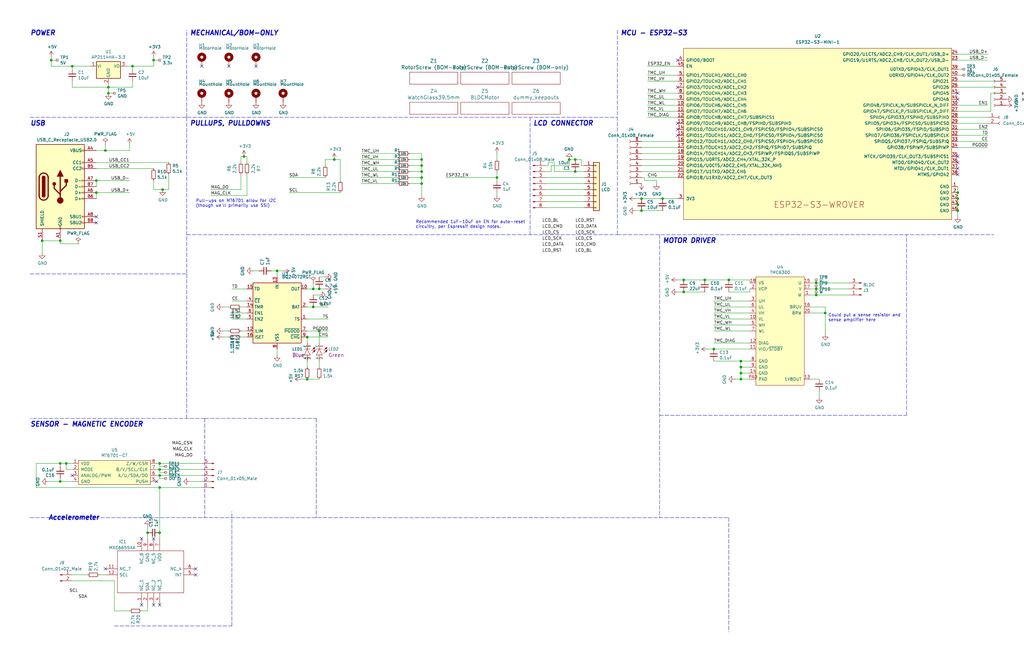
<source format=kicad_sch>
(kicad_sch (version 20211123) (generator eeschema)
  (paper "B")
  (title_block (title "SmartKnob View") (company "Scott Bezek"))
  (junction (at 177.8 74.93))
  (junction (at 344.17 124.46))
  (junction (at 44.45 63.5))
  (junction (at 279.4 83.82))
  (junction (at 132.08 129.54))
  (junction (at 45.72 36.83))
  (junction (at 129.54 142.24))
  (junction (at 134.62 139.7))
  (junction (at 344.17 119.38))
  (junction (at 177.8 67.31))
  (junction (at 288.29 118.11))
  (junction (at 62.23 224.79))
  (junction (at 25.4 203.2))
  (junction (at 403.86 83.82))
  (junction (at 242.57 72.39))
  (junction (at 45.72 39.37))
  (junction (at 270.51 83.82))
  (junction (at 67.31 198.12))
  (junction (at 30.48 27.94))
  (junction (at 40.64 76.2))
  (junction (at 102.87 66.04))
  (junction (at 403.86 86.36))
  (junction (at 209.55 74.93))
  (junction (at 140.97 67.31))
  (junction (at 403.86 81.28))
  (junction (at 25.4 195.58))
  (junction (at 67.31 224.79))
  (junction (at 25.4 101.6))
  (junction (at 347.98 132.08))
  (junction (at 21.59 25.4))
  (junction (at 134.62 121.92))
  (junction (at 55.88 27.94))
  (junction (at 288.29 123.19))
  (junction (at 67.31 200.66))
  (junction (at 177.8 77.47))
  (junction (at 17.78 101.6))
  (junction (at 67.31 205.74))
  (junction (at 68.58 80.01))
  (junction (at 312.42 154.94))
  (junction (at 242.57 67.31))
  (junction (at 129.54 160.02))
  (junction (at 177.8 69.85))
  (junction (at 177.8 72.39))
  (junction (at 307.34 118.11))
  (junction (at 344.17 121.92))
  (junction (at 297.18 118.11))
  (junction (at 64.77 25.4))
  (junction (at 116.84 114.3))
  (junction (at 27.94 195.58))
  (junction (at 312.42 160.02))
  (junction (at 67.31 195.58))
  (junction (at 240.03 67.31))
  (junction (at 270.51 88.9))
  (junction (at 403.86 88.9))
  (junction (at 312.42 157.48))
  (junction (at 132.08 121.92))
  (junction (at 312.42 152.4))
  (junction (at 40.64 81.28))
  (junction (at 300.99 147.32))
  (no_connect (at 82.55 242.57))
  (no_connect (at 285.75 52.07))
  (no_connect (at 285.75 54.61))
  (no_connect (at 285.75 57.15))
  (no_connect (at 30.48 200.66))
  (no_connect (at 285.75 25.4))
  (no_connect (at 285.75 36.83))
  (no_connect (at 403.86 68.58))
  (no_connect (at 403.86 66.04))
  (no_connect (at 403.86 39.37))
  (no_connect (at 403.86 41.91))
  (no_connect (at 403.86 71.12))
  (no_connect (at 403.86 73.66))
  (no_connect (at 107.95 27.94))
  (no_connect (at 40.64 91.44))
  (no_connect (at 96.52 27.94))
  (no_connect (at 66.04 203.2))
  (no_connect (at 85.09 27.94))
  (no_connect (at 40.64 93.98))
  (no_connect (at 59.69 255.27))
  (no_connect (at 67.31 255.27))
  (no_connect (at 59.69 227.33))
  (no_connect (at 64.77 255.27))
  (no_connect (at 64.77 227.33))
  (no_connect (at 44.45 240.03))
  (no_connect (at 82.55 240.03))
  (wire (pts (xy 121.92 74.93) (xy 137.16 74.93)))
  (wire (pts (xy 403.86 49.53) (xy 416.56 49.53)))
  (wire (pts (xy 55.88 27.94) (xy 53.34 27.94)))
  (wire (pts (xy 134.62 124.46) (xy 132.08 124.46)))
  (wire (pts (xy 240.03 69.85) (xy 232.41 69.85)))
  (wire (pts (xy 403.86 52.07) (xy 416.56 52.07)))
  (wire (pts (xy 17.78 101.6) (xy 17.78 106.68)))
  (wire (pts (xy 40.64 68.58) (xy 71.12 68.58)))
  (wire (pts (xy 229.87 69.85) (xy 231.14 69.85)))
  (wire (pts (xy 177.8 64.77) (xy 177.8 67.31)))
  (wire (pts (xy 132.08 121.92) (xy 129.54 121.92)))
  (wire (pts (xy 297.18 123.19) (xy 288.29 123.19)))
  (wire (pts (xy 316.23 118.11) (xy 307.34 118.11)))
  (wire (pts (xy 300.99 152.4) (xy 312.42 152.4)))
  (wire (pts (xy 45.72 36.83) (xy 45.72 39.37)))
  (wire (pts (xy 344.17 120.65) (xy 344.17 121.92)))
  (wire (pts (xy 273.05 74.93) (xy 285.75 74.93)))
  (wire (pts (xy 172.72 64.77) (xy 177.8 64.77)))
  (polyline (pts (xy 260.35 99.06) (xy 419.1 99.06)))
  (wire (pts (xy 101.6 68.58) (xy 101.6 66.04)))
  (wire (pts (xy 40.64 81.28) (xy 54.61 81.28)))
  (wire (pts (xy 300.99 147.32) (xy 316.23 147.32)))
  (wire (pts (xy 67.31 198.12) (xy 85.09 198.12)))
  (wire (pts (xy 167.64 74.93) (xy 152.4 74.93)))
  (wire (pts (xy 298.45 147.32) (xy 300.99 147.32)))
  (wire (pts (xy 97.79 121.92) (xy 104.14 121.92)))
  (polyline (pts (xy 78.74 99.06) (xy 260.35 99.06)))
  (wire (pts (xy 270.51 64.77) (xy 285.75 64.77)))
  (wire (pts (xy 403.86 78.74) (xy 403.86 81.28)))
  (wire (pts (xy 273.05 27.94) (xy 285.75 27.94)))
  (wire (pts (xy 229.87 82.55) (xy 246.38 82.55)))
  (wire (pts (xy 15.24 195.58) (xy 25.4 195.58)))
  (wire (pts (xy 267.97 83.82) (xy 270.51 83.82)))
  (wire (pts (xy 245.11 67.31) (xy 245.11 69.85)))
  (wire (pts (xy 69.85 199.39) (xy 67.31 199.39)))
  (wire (pts (xy 344.17 123.19) (xy 344.17 124.46)))
  (polyline (pts (xy 97.79 264.16) (xy 97.79 215.9)))
  (wire (pts (xy 316.23 123.19) (xy 316.23 121.92)))
  (wire (pts (xy 93.98 139.7) (xy 96.52 139.7)))
  (wire (pts (xy 67.31 25.4) (xy 64.77 25.4)))
  (wire (pts (xy 403.86 54.61) (xy 416.56 54.61)))
  (wire (pts (xy 88.9 82.55) (xy 104.14 82.55)))
  (wire (pts (xy 316.23 129.54) (xy 300.99 129.54)))
  (wire (pts (xy 307.34 118.11) (xy 297.18 118.11)))
  (wire (pts (xy 44.45 60.96) (xy 44.45 63.5)))
  (wire (pts (xy 177.8 67.31) (xy 172.72 67.31)))
  (wire (pts (xy 285.75 123.19) (xy 288.29 123.19)))
  (wire (pts (xy 279.4 83.82) (xy 285.75 83.82)))
  (wire (pts (xy 116.84 147.32) (xy 116.84 149.86)))
  (wire (pts (xy 30.48 36.83) (xy 45.72 36.83)))
  (wire (pts (xy 271.78 76.2) (xy 276.86 76.2)))
  (wire (pts (xy 242.57 67.31) (xy 245.11 67.31)))
  (wire (pts (xy 273.05 46.99) (xy 285.75 46.99)))
  (wire (pts (xy 67.31 200.66) (xy 85.09 200.66)))
  (wire (pts (xy 403.86 29.21) (xy 406.4 29.21)))
  (wire (pts (xy 270.51 88.9) (xy 279.4 88.9)))
  (wire (pts (xy 309.88 160.02) (xy 312.42 160.02)))
  (wire (pts (xy 417.83 39.37) (xy 417.83 46.99)))
  (wire (pts (xy 246.38 85.09) (xy 229.87 85.09)))
  (wire (pts (xy 187.96 74.93) (xy 209.55 74.93)))
  (wire (pts (xy 316.23 154.94) (xy 312.42 154.94)))
  (wire (pts (xy 341.63 132.08) (xy 347.98 132.08)))
  (wire (pts (xy 129.54 134.62) (xy 138.43 134.62)))
  (wire (pts (xy 403.86 31.75) (xy 406.4 31.75)))
  (wire (pts (xy 15.24 195.58) (xy 15.24 205.74)))
  (wire (pts (xy 68.58 80.01) (xy 71.12 80.01)))
  (wire (pts (xy 316.23 160.02) (xy 312.42 160.02)))
  (wire (pts (xy 267.97 88.9) (xy 270.51 88.9)))
  (wire (pts (xy 233.68 68.58) (xy 233.68 72.39)))
  (wire (pts (xy 38.1 27.94) (xy 30.48 27.94)))
  (wire (pts (xy 177.8 74.93) (xy 177.8 77.47)))
  (wire (pts (xy 177.8 72.39) (xy 177.8 74.93)))
  (wire (pts (xy 64.77 24.13) (xy 64.77 25.4)))
  (polyline (pts (xy 12.7 218.44) (xy 307.34 218.44)))
  (wire (pts (xy 276.86 76.2) (xy 276.86 77.47)))
  (wire (pts (xy 242.57 72.39) (xy 246.38 72.39)))
  (wire (pts (xy 119.38 114.3) (xy 116.84 114.3)))
  (wire (pts (xy 27.94 198.12) (xy 27.94 195.58)))
  (wire (pts (xy 403.86 22.86) (xy 416.56 22.86)))
  (wire (pts (xy 25.4 101.6) (xy 17.78 101.6)))
  (polyline (pts (xy 223.52 49.53) (xy 223.52 99.06)))
  (wire (pts (xy 27.94 195.58) (xy 30.48 195.58)))
  (wire (pts (xy 129.54 142.24) (xy 138.43 142.24)))
  (wire (pts (xy 316.23 144.78) (xy 300.99 144.78)))
  (wire (pts (xy 67.31 205.74) (xy 67.31 224.79)))
  (wire (pts (xy 62.23 222.25) (xy 62.23 224.79)))
  (wire (pts (xy 341.63 121.92) (xy 344.17 121.92)))
  (wire (pts (xy 24.13 25.4) (xy 21.59 25.4)))
  (wire (pts (xy 177.8 77.47) (xy 177.8 82.55)))
  (wire (pts (xy 307.34 123.19) (xy 316.23 123.19)))
  (wire (pts (xy 137.16 67.31) (xy 140.97 67.31)))
  (wire (pts (xy 233.68 72.39) (xy 242.57 72.39)))
  (wire (pts (xy 167.64 69.85) (xy 152.4 69.85)))
  (wire (pts (xy 93.98 142.24) (xy 96.52 142.24)))
  (wire (pts (xy 67.31 224.79) (xy 67.31 227.33)))
  (wire (pts (xy 312.42 157.48) (xy 312.42 154.94)))
  (wire (pts (xy 137.16 69.85) (xy 137.16 67.31)))
  (wire (pts (xy 48.26 245.11) (xy 48.26 257.81)))
  (wire (pts (xy 30.48 242.57) (xy 36.83 242.57)))
  (polyline (pts (xy 78.74 115.57) (xy 78.74 176.53)))
  (wire (pts (xy 316.23 132.08) (xy 300.99 132.08)))
  (wire (pts (xy 15.24 205.74) (xy 67.31 205.74)))
  (polyline (pts (xy 307.34 218.44) (xy 307.34 266.7)))
  (wire (pts (xy 424.18 39.37) (xy 417.83 39.37)))
  (wire (pts (xy 25.4 101.6) (xy 25.4 102.87)))
  (wire (pts (xy 229.87 87.63) (xy 246.38 87.63)))
  (wire (pts (xy 67.31 199.39) (xy 67.31 198.12)))
  (wire (pts (xy 270.51 72.39) (xy 285.75 72.39)))
  (wire (pts (xy 273.05 41.91) (xy 285.75 41.91)))
  (wire (pts (xy 129.54 129.54) (xy 132.08 129.54)))
  (polyline (pts (xy 48.26 264.16) (xy 97.79 264.16)))
  (wire (pts (xy 270.51 74.93) (xy 271.78 74.93)))
  (wire (pts (xy 403.86 88.9) (xy 403.86 91.44)))
  (polyline (pts (xy 278.13 175.26) (xy 382.27 175.26)))
  (wire (pts (xy 129.54 160.02) (xy 134.62 160.02)))
  (wire (pts (xy 246.38 69.85) (xy 245.11 69.85)))
  (wire (pts (xy 312.42 157.48) (xy 316.23 157.48)))
  (wire (pts (xy 347.98 132.08) (xy 347.98 140.97)))
  (wire (pts (xy 101.6 142.24) (xy 104.14 142.24)))
  (wire (pts (xy 104.14 73.66) (xy 104.14 82.55)))
  (wire (pts (xy 40.64 71.12) (xy 64.77 71.12)))
  (wire (pts (xy 30.48 27.94) (xy 21.59 27.94)))
  (wire (pts (xy 71.12 80.01) (xy 71.12 73.66)))
  (wire (pts (xy 67.31 196.85) (xy 67.31 195.58)))
  (wire (pts (xy 344.17 124.46) (xy 358.14 124.46)))
  (wire (pts (xy 132.08 129.54) (xy 138.43 129.54)))
  (wire (pts (xy 209.55 76.2) (xy 209.55 74.93)))
  (polyline (pts (xy 382.27 175.26) (xy 382.27 99.06)))
  (wire (pts (xy 101.6 73.66) (xy 101.6 80.01)))
  (wire (pts (xy 270.51 83.82) (xy 279.4 83.82)))
  (wire (pts (xy 116.84 114.3) (xy 116.84 116.84)))
  (wire (pts (xy 172.72 74.93) (xy 177.8 74.93)))
  (wire (pts (xy 134.62 154.94) (xy 134.62 152.4)))
  (wire (pts (xy 273.05 34.29) (xy 285.75 34.29)))
  (wire (pts (xy 127 160.02) (xy 129.54 160.02)))
  (wire (pts (xy 285.75 118.11) (xy 288.29 118.11)))
  (wire (pts (xy 288.29 118.11) (xy 297.18 118.11)))
  (wire (pts (xy 403.86 36.83) (xy 424.18 36.83)))
  (wire (pts (xy 273.05 31.75) (xy 285.75 31.75)))
  (wire (pts (xy 167.64 77.47) (xy 152.4 77.47)))
  (wire (pts (xy 312.42 152.4) (xy 316.23 152.4)))
  (wire (pts (xy 129.54 152.4) (xy 129.54 154.94)))
  (wire (pts (xy 140.97 67.31) (xy 143.51 67.31)))
  (wire (pts (xy 67.31 195.58) (xy 85.09 195.58)))
  (wire (pts (xy 101.6 139.7) (xy 104.14 139.7)))
  (wire (pts (xy 25.4 102.87) (xy 33.02 102.87)))
  (wire (pts (xy 93.98 129.54) (xy 96.52 129.54)))
  (wire (pts (xy 344.17 119.38) (xy 358.14 119.38)))
  (wire (pts (xy 229.87 72.39) (xy 232.41 72.39)))
  (wire (pts (xy 316.23 134.62) (xy 300.99 134.62)))
  (wire (pts (xy 21.59 25.4) (xy 21.59 27.94)))
  (wire (pts (xy 88.9 80.01) (xy 101.6 80.01)))
  (wire (pts (xy 40.64 63.5) (xy 44.45 63.5)))
  (wire (pts (xy 341.63 119.38) (xy 344.17 119.38)))
  (wire (pts (xy 403.86 34.29) (xy 424.18 34.29)))
  (wire (pts (xy 97.79 132.08) (xy 104.14 132.08)))
  (wire (pts (xy 104.14 66.04) (xy 104.14 68.58)))
  (wire (pts (xy 67.31 201.93) (xy 67.31 200.66)))
  (wire (pts (xy 209.55 67.31) (xy 209.55 64.77)))
  (wire (pts (xy 102.87 66.04) (xy 104.14 66.04)))
  (wire (pts (xy 64.77 80.01) (xy 68.58 80.01)))
  (wire (pts (xy 45.72 35.56) (xy 45.72 36.83)))
  (wire (pts (xy 209.55 74.93) (xy 209.55 72.39)))
  (wire (pts (xy 97.79 134.62) (xy 104.14 134.62)))
  (wire (pts (xy 229.87 77.47) (xy 246.38 77.47)))
  (wire (pts (xy 344.17 124.46) (xy 341.63 124.46)))
  (wire (pts (xy 177.8 69.85) (xy 177.8 72.39)))
  (polyline (pts (xy 260.35 12.7) (xy 260.35 99.06)))
  (wire (pts (xy 167.64 64.77) (xy 152.4 64.77)))
  (wire (pts (xy 80.01 203.2) (xy 85.09 203.2)))
  (wire (pts (xy 54.61 60.96) (xy 54.61 63.5)))
  (wire (pts (xy 134.62 121.92) (xy 132.08 121.92)))
  (polyline (pts (xy 78.74 49.53) (xy 78.74 12.7)))
  (wire (pts (xy 273.05 39.37) (xy 285.75 39.37)))
  (wire (pts (xy 55.88 27.94) (xy 64.77 27.94)))
  (wire (pts (xy 341.63 129.54) (xy 347.98 129.54)))
  (wire (pts (xy 172.72 77.47) (xy 177.8 77.47)))
  (wire (pts (xy 403.86 46.99) (xy 417.83 46.99)))
  (wire (pts (xy 25.4 203.2) (xy 30.48 203.2)))
  (wire (pts (xy 403.86 88.9) (xy 403.86 86.36)))
  (wire (pts (xy 167.64 72.39) (xy 152.4 72.39)))
  (wire (pts (xy 270.51 69.85) (xy 285.75 69.85)))
  (wire (pts (xy 316.23 139.7) (xy 300.99 139.7)))
  (polyline (pts (xy 78.74 49.53) (xy 78.74 115.57)))
  (polyline (pts (xy 86.36 176.53) (xy 86.36 218.44)))
  (polyline (pts (xy 12.7 115.57) (xy 78.74 115.57)))
  (wire (pts (xy 232.41 69.85) (xy 232.41 72.39)))
  (wire (pts (xy 177.8 67.31) (xy 177.8 69.85)))
  (wire (pts (xy 66.04 195.58) (xy 67.31 195.58)))
  (wire (pts (xy 64.77 25.4) (xy 64.77 27.94)))
  (wire (pts (xy 231.14 69.85) (xy 231.14 68.58)))
  (wire (pts (xy 48.26 39.37) (xy 45.72 39.37)))
  (wire (pts (xy 316.23 119.38) (xy 316.23 118.11)))
  (wire (pts (xy 21.59 24.13) (xy 21.59 25.4)))
  (polyline (pts (xy 86.36 176.53) (xy 133.35 176.53)))
  (polyline (pts (xy 12.7 49.53) (xy 260.35 49.53)))
  (wire (pts (xy 106.68 114.3) (xy 109.22 114.3)))
  (wire (pts (xy 41.91 242.57) (xy 44.45 242.57)))
  (wire (pts (xy 134.62 139.7) (xy 134.62 144.78)))
  (wire (pts (xy 25.4 196.85) (xy 25.4 195.58)))
  (wire (pts (xy 137.16 121.92) (xy 134.62 121.92)))
  (wire (pts (xy 30.48 245.11) (xy 48.26 245.11)))
  (wire (pts (xy 66.04 198.12) (xy 67.31 198.12)))
  (wire (pts (xy 67.31 205.74) (xy 85.09 205.74)))
  (wire (pts (xy 347.98 129.54) (xy 347.98 132.08)))
  (wire (pts (xy 172.72 69.85) (xy 177.8 69.85)))
  (wire (pts (xy 344.17 118.11) (xy 344.17 119.38)))
  (wire (pts (xy 403.86 83.82) (xy 403.86 81.28)))
  (wire (pts (xy 25.4 201.93) (xy 25.4 203.2)))
  (wire (pts (xy 137.16 116.84) (xy 134.62 116.84)))
  (wire (pts (xy 403.86 25.4) (xy 416.56 25.4)))
  (wire (pts (xy 240.03 67.31) (xy 242.57 67.31)))
  (wire (pts (xy 40.64 81.28) (xy 40.64 83.82)))
  (wire (pts (xy 270.51 62.23) (xy 285.75 62.23)))
  (wire (pts (xy 403.86 62.23) (xy 416.56 62.23)))
  (wire (pts (xy 172.72 72.39) (xy 177.8 72.39)))
  (wire (pts (xy 341.63 160.02) (xy 345.44 160.02)))
  (wire (pts (xy 55.88 34.29) (xy 55.88 36.83)))
  (wire (pts (xy 134.62 139.7) (xy 138.43 139.7)))
  (wire (pts (xy 270.51 67.31) (xy 285.75 67.31)))
  (wire (pts (xy 312.42 160.02) (xy 312.42 157.48)))
  (wire (pts (xy 48.26 257.81) (xy 54.61 257.81)))
  (wire (pts (xy 273.05 49.53) (xy 285.75 49.53)))
  (wire (pts (xy 66.04 200.66) (xy 67.31 200.66)))
  (wire (pts (xy 45.72 36.83) (xy 55.88 36.83)))
  (wire (pts (xy 403.86 86.36) (xy 403.86 83.82)))
  (polyline (pts (xy 86.36 176.53) (xy 12.7 176.53)))
  (wire (pts (xy 69.85 196.85) (xy 67.31 196.85)))
  (wire (pts (xy 316.23 127) (xy 300.99 127)))
  (wire (pts (xy 270.51 59.69) (xy 285.75 59.69)))
  (wire (pts (xy 344.17 121.92) (xy 358.14 121.92)))
  (wire (pts (xy 345.44 165.1) (xy 345.44 167.64)))
  (wire (pts (xy 240.03 69.85) (xy 240.03 67.31)))
  (wire (pts (xy 25.4 203.2) (xy 20.32 203.2)))
  (wire (pts (xy 30.48 34.29) (xy 30.48 36.83)))
  (wire (pts (xy 55.88 29.21) (xy 55.88 27.94)))
  (wire (pts (xy 64.77 76.2) (xy 64.77 80.01)))
  (wire (pts (xy 97.79 127) (xy 104.14 127)))
  (wire (pts (xy 273.05 44.45) (xy 285.75 44.45)))
  (wire (pts (xy 403.86 57.15) (xy 416.56 57.15)))
  (wire (pts (xy 30.48 29.21) (xy 30.48 27.94)))
  (wire (pts (xy 209.55 82.55) (xy 209.55 81.28)))
  (wire (pts (xy 121.92 81.28) (xy 143.51 81.28)))
  (wire (pts (xy 129.54 139.7) (xy 134.62 139.7)))
  (wire (pts (xy 101.6 66.04) (xy 102.87 66.04)))
  (wire (pts (xy 132.08 119.38) (xy 132.08 121.92)))
  (wire (pts (xy 129.54 144.78) (xy 129.54 142.24)))
  (wire (pts (xy 246.38 80.01) (xy 229.87 80.01)))
  (polyline (pts (xy 278.13 99.06) (xy 278.13 218.44)))
  (wire (pts (xy 25.4 195.58) (xy 27.94 195.58)))
  (wire (pts (xy 403.86 59.69) (xy 416.56 59.69)))
  (polyline (pts (xy 133.35 176.53) (xy 133.35 218.44)))
  (wire (pts (xy 114.3 114.3) (xy 116.84 114.3)))
  (wire (pts (xy 167.64 67.31) (xy 152.4 67.31)))
  (wire (pts (xy 403.86 44.45) (xy 416.56 44.45)))
  (wire (pts (xy 312.42 154.94) (xy 312.42 152.4)))
  (wire (pts (xy 62.23 224.79) (xy 62.23 227.33)))
  (wire (pts (xy 229.87 74.93) (xy 246.38 74.93)))
  (wire (pts (xy 69.85 201.93) (xy 67.31 201.93)))
  (wire (pts (xy 44.45 63.5) (xy 54.61 63.5)))
  (wire (pts (xy 271.78 74.93) (xy 271.78 76.2)))
  (wire (pts (xy 316.23 137.16) (xy 300.99 137.16)))
  (wire (pts (xy 30.48 198.12) (xy 27.94 198.12)))
  (wire (pts (xy 143.51 67.31) (xy 143.51 76.2)))
  (wire (pts (xy 40.64 76.2) (xy 54.61 76.2)))
  (wire (pts (xy 101.6 129.54) (xy 104.14 129.54)))
  (wire (pts (xy 59.69 257.81) (xy 62.23 257.81)))
  (wire (pts (xy 231.14 68.58) (xy 233.68 68.58)))
  (wire (pts (xy 62.23 257.81) (xy 62.23 255.27)))
  (wire (pts (xy 40.64 76.2) (xy 40.64 78.74)))
  (text "MECHANICAL/BOM-ONLY" (at 80.01 15.24 0) (effects (font (size 2.0066 2.0066) (thickness 0.4013) bold italic) (justify left bottom)))
  (text "Accelerometer" (at 20.32 219.71 0) (effects (font (size 2.0066 2.0066) (thickness 0.4013) bold italic) (justify left bottom)))
  (text "MCU - ESP32-S3\n" (at 261.62 15.24 0) (effects (font (size 2.0066 2.0066) (thickness 0.4013) bold italic) (justify left bottom)))
  (text "PULLUPS, PULLDOWNS" (at 80.01 53.34 0) (effects (font (size 2.0066 2.0066) (thickness 0.4013) bold italic) (justify left bottom)))
  (text "Could put a sense resistor and\nsense amplifier here" (at 349.25 135.89 0) (effects (font (size 1.27 1.27)) (justify left bottom)))
  (text "MOTOR DRIVER" (at 279.4 102.87 0) (effects (font (size 2.0066 2.0066) (thickness 0.4013) bold italic) (justify left bottom)))
  (text "Recommended 1uF-10uF on EN for auto-reset\ncircuitry, per Espressif design notes." (at 175.26 96.52 0) (effects (font (size 1.27 1.27)) (justify left bottom)))
  (text "POWER" (at 12.7 15.24 0) (effects (font (size 2.0066 2.0066) (thickness 0.4013) bold italic) (justify left bottom)))
  (text "SENSOR - MAGNETIC ENCODER" (at 12.7 180.34 0) (effects (font (size 2.0066 2.0066) (thickness 0.4013) bold italic) (justify left bottom)))
  (text "Pull-ups on MT6701 allow for I2C\n(though we'll primarily use SSI)" (at 82.55 87.63 0) (effects (font (size 1.27 1.27)) (justify left bottom)))
  (text "USB" (at 12.7 53.34 0) (effects (font (size 2.0066 2.0066) (thickness 0.4013) bold italic) (justify left bottom)))
  (text "LCD CONNECTOR" (at 224.79 53.34 0) (effects (font (size 2.0066 2.0066) (thickness 0.4013) bold italic) (justify left bottom)))
  (label "LCD_RST" (at 228.6 106.68 0))
  (label "LCD_CS" (at 228.6 99.06 0))
  (label "MAG_CSN" (at 81.28 187.96 180))
  (label "TMC_VH" (at 152.4 67.31 0))
  (label "USB_D+" (at 416.56 22.86 180))
  (label "TMC_DIAG" (at 300.99 144.78 0))
  (label "USB_D+" (at 54.61 81.28 180))
  (label "EN2" (at 416.56 54.61 180))
  (label "TMC_WH" (at 300.99 137.16 0))
  (label "LCD_SCK" (at 242.57 99.06 0))
  (label "MAG_DO" (at 81.28 193.04 180))
  (label "SDA" (at 33.02 252.73 0))
  (label "MAG_CLK" (at 439.42 43.18 180))
  (label "TMC_WH" (at 152.4 69.85 0))
  (label "MAG_CLK" (at 88.9 82.55 0))
  (label "LCD_DATA" (at 242.57 96.52 0))
  (label "LCD_RST" (at 242.57 93.98 0))
  (label "ESP32_EN" (at 187.96 74.93 0))
  (label "TMC_UL" (at 152.4 72.39 0))
  (label "MAG_DO" (at 88.9 80.01 0))
  (label "SDA" (at 121.92 74.93 0))
  (label "TS" (at 138.43 134.62 180))
  (label "TMC_VH" (at 273.05 34.29 0))
  (label "TMC_UH" (at 300.99 127 0))
  (label "TMC_UL" (at 273.05 41.91 0))
  (label "SCL" (at 121.92 81.28 0))
  (label "TMC_UH" (at 152.4 64.77 0))
  (label "TD" (at 97.79 121.92 0))
  (label "ESP32_EN" (at 273.05 27.94 0))
  (label "USB_CC2" (at 54.61 71.12 180))
  (label "LCD_CMD" (at 242.57 104.14 0))
  (label "CHG" (at 138.43 142.24 180))
  (label "SCL" (at 435.61 49.53 180))
  (label "TMC_VL" (at 273.05 46.99 0))
  (label "BAT" (at 138.43 129.54 180))
  (label "TMC_UL" (at 300.99 129.54 0))
  (label "TMC_UH" (at 273.05 31.75 0))
  (label "EN1" (at 97.79 132.08 0))
  (label "LCD_SCK" (at 228.6 101.6 0))
  (label "LCD_BL" (at 228.6 93.98 0))
  (label "TMC_DIAG" (at 273.05 49.53 0))
  (label "MAG_CLK" (at 81.28 190.5 180))
  (label "CE" (at 97.79 127 0))
  (label "SDA" (at 435.61 52.07 180))
  (label "CHG" (at 273.05 74.93 0))
  (label "LCD_CS" (at 242.57 101.6 0))
  (label "TMC_WH" (at 273.05 39.37 0))
  (label "SCL" (at 29.21 250.19 0))
  (label "EN2" (at 97.79 134.62 0))
  (label "EN1" (at 416.56 44.45 180))
  (label "MAG_CSN" (at 439.42 40.64 180))
  (label "PGOOD" (at 416.56 62.23 180))
  (label "LCD_BL" (at 242.57 106.68 0))
  (label "TMC_WL" (at 300.99 139.7 0))
  (label "MAG_DO" (at 439.42 45.72 180))
  (label "TMC_VL" (at 300.99 134.62 0))
  (label "USB_D-" (at 54.61 76.2 180))
  (label "USB_D-" (at 416.56 25.4 180))
  (label "LCD_DATA" (at 228.6 104.14 0))
  (label "TMC_VL" (at 152.4 77.47 0))
  (label "LCD_CMD" (at 228.6 96.52 0))
  (label "TD" (at 416.56 57.15 180))
  (label "TMC_WL" (at 152.4 74.93 0))
  (label "PGOOD" (at 138.43 139.7 180))
  (label "CE" (at 416.56 59.69 180))
  (label "TMC_WL" (at 273.05 44.45 0))
  (label "TMC_VH" (at 300.99 132.08 0))
  (label "USB_CC1" (at 54.61 68.58 180))
  (symbol (lib_id "MagnTek:MT6701-CT") (at 46.99 199.39 0) (unit 1)
    (property "Reference" "U5" (at 48.26 189.865 0))
    (property "Value" "MT6701-CT" (at 48.26 192.1764 0))
    (property "Footprint" "Package_SO_AKL:SOIC-8_3.9x4.9mm_P1.27mm" (effects hide))
    (property "LCSC" "C2856764" (effects hide))
    (property "Digikey" "N/A" (effects hide))
    (property "Mouser" "N/A" (effects hide))
  )
  (symbol (lib_id "Connector:Conn_01x03_Male") (at 363.22 121.92 180) (unit 1)
    (property "Reference" "J3" (at 363.9312 122.5296 0) (effects (justify right)))
    (property "Value" "BLDC" (at 363.9312 120.2182 0) (effects (justify right)))
    (property "Footprint" "Molex:532610371" (effects hide))
    (property "LCSC" "C293630" (effects hide))
    (property "Digikey" "WM7621CT-ND" (effects hide))
    (property "Mouser" "538-53261-0371" (effects hide))
  )
  (symbol (lib_id "Mechanical:MountingHole_Pad") (at 85.09 25.4 0) (unit 1)
    (property "Reference" "H1" (at 83.82 19.05 0) (effects (justify left)))
    (property "Value" "MotorHole" (at 83.82 20.32 0) (effects (justify left)))
    (property "Footprint" "Holes:MountingHole_M1.6" (effects hide))
    (property "Note" "Screw: M1.6x10 (countersunk), or M1.6x9 (pan/round)" (effects hide))
  )
  (symbol (lib_id "Mechanical:MountingHole_Pad") (at 96.52 25.4 0) (unit 1)
    (property "Reference" "H2" (at 95.25 19.05 0) (effects (justify left)))
    (property "Value" "MotorHole" (at 95.25 20.32 0) (effects (justify left)))
    (property "Footprint" "Holes:MountingHole_M1.6" (effects hide))
    (property "Note" "Screw: M1.6x10 (countersunk), or M1.6x9 (pan/round)" (effects hide))
  )
  (symbol (lib_id "Mechanical:MountingHole_Pad") (at 107.95 25.4 0) (unit 1)
    (property "Reference" "H3" (at 106.68 19.05 0) (effects (justify left)))
    (property "Value" "MotorHole" (at 106.68 20.32 0) (effects (justify left)))
    (property "Footprint" "Holes:MountingHole_M1.6" (effects hide))
    (property "Note" "Screw: M1.6x10 (countersunk), or M1.6x9 (pan/round)" (effects hide))
  )
  (symbol (lib_id "Mechanical:MountingHole_Pad") (at 85.09 40.64 0) (unit 1)
    (property "Reference" "H4" (at 83.82 34.29 0) (effects (justify left)))
    (property "Value" "MountHole" (at 83.82 35.56 0) (effects (justify left)))
    (property "Footprint" "Holes:MountingHole_2.7mm_M2.5_Pad" (effects hide))
    (property "Note" "Screw: M2x5 (pan/round); Nut: M2 hex" (effects hide))
  )
  (symbol (lib_id "Mechanical:MountingHole_Pad") (at 96.52 40.64 0) (unit 1)
    (property "Reference" "H5" (at 95.25 34.29 0) (effects (justify left)))
    (property "Value" "MountHole" (at 95.25 35.56 0) (effects (justify left)))
    (property "Footprint" "Holes:MountingHole_2.7mm_M2.5_Pad" (effects hide))
    (property "Note" "Screw: M2x5 (pan/round); Nut: M2 hex" (effects hide))
  )
  (symbol (lib_id "Mechanical:MountingHole_Pad") (at 107.95 40.64 0) (unit 1)
    (property "Reference" "H6" (at 106.68 34.29 0) (effects (justify left)))
    (property "Value" "MountHole" (at 106.68 35.56 0) (effects (justify left)))
    (property "Footprint" "Holes:MountingHole_2.7mm_M2.5_Pad" (effects hide))
    (property "Note" "Screw: M2x5 (pan/round); Nut: M2 hex" (effects hide))
  )
  (symbol (lib_id "Mechanical:MountingHole_Pad") (at 119.38 40.64 0) (unit 1)
    (property "Reference" "H7" (at 118.11 34.29 0) (effects (justify left)))
    (property "Value" "MountHole" (at 118.11 35.56 0) (effects (justify left)))
    (property "Footprint" "Holes:MountingHole_2.7mm_M2.5_Pad" (effects hide))
    (property "Note" "Screw: M2x5 (pan/round); Nut: M2 hex" (effects hide))
  )
  (symbol (lib_id "Connector:USB_C_Receptacle_USB2.0") (at 25.4 78.74 0) (unit 1)
    (property "Reference" "J2" (at 28.1178 56.7182 0))
    (property "Value" "USB_C_Receptacle_USB2.0" (at 28.1178 59.0296 0))
    (property "Footprint" "GCT_USB:USB4510_NoPaste" (effects hide))
    (property "Datasheet" "https://www.usb.org/sites/default/files/documents/usb_type-c.zip" (effects hide))
    (property "LCSC" "C428463" (effects hide))
    (property "Mouser" "640-USB4510031A" (effects hide))
    (property "Digikey" "USB4510-03-1-A" (effects hide))
  )
  (symbol (lib_id "power:GND") (at 17.78 106.68 0) (unit 1)
    (property "Reference" "#PWR016" (effects hide))
    (property "Value" "GND" (at 17.907 111.0742 0))
  )
  (symbol (lib_id "Device:R_Small") (at 71.12 71.12 0) (unit 1)
    (property "Reference" "R5" (at 72.6186 69.9516 0) (effects (justify left)))
    (property "Value" "5.1k" (at 72.6186 72.263 0) (effects (justify left)))
    (property "Footprint" "Resistor_SMD_AKL:R_0603_1608Metric" (effects hide))
    (property "LCSC" "C105580" (effects hide))
    (property "Digikey" "RMCF0603JT5K10CT-ND" (effects hide))
    (property "Mouser" "652-CR0603FX-5101ELF" (effects hide))
  )
  (symbol (lib_id "Device:R_Small") (at 64.77 73.66 0) (unit 1)
    (property "Reference" "R10" (at 66.2686 72.4916 0) (effects (justify left)))
    (property "Value" "5.1k" (at 66.2686 74.803 0) (effects (justify left)))
    (property "Footprint" "Resistor_SMD_AKL:R_0603_1608Metric" (effects hide))
    (property "LCSC" "C105580" (effects hide))
    (property "Digikey" "RMCF0603JT5K10CT-ND" (effects hide))
    (property "Mouser" "652-CR0603FX-5101ELF" (effects hide))
  )
  (symbol (lib_id "power:GND") (at 68.58 80.01 0) (unit 1)
    (property "Reference" "#PWR010" (effects hide))
    (property "Value" "GND" (at 68.707 84.4042 0))
  )
  (symbol (lib_id "Trinamic:TMC6300") (at 328.93 139.7 0) (unit 1)
    (property "Reference" "U4" (at 328.93 112.649 0))
    (property "Value" "TMC6300" (at 328.93 114.9604 0))
    (property "Footprint" "Modified:QFN-20-1EP_3x3mm_P0.4mm_EP1.65x1.65mm_ThermalVias_LargerViaHoles" (effects hide))
    (property "Digikey" "TMC6300-LA-T" (effects hide))
    (property "Mouser" "700-TMC6300-LA" (effects hide))
    (property "LCSC" "N/A" (effects hide))
  )
  (symbol (lib_id "Regulator_Linear:AP7361C-33E") (at 45.72 27.94 0) (unit 1)
    (property "Reference" "U1" (at 45.72 21.7932 0))
    (property "Value" "AP2114HA-3.3" (at 45.72 24.1046 0))
    (property "Footprint" "Package_TO_SOT_SMD_AKL:SOT-223-3_TabPin2" (effects hide))
    (property "LCSC" "C460314" (effects hide))
    (property "Digikey" "AP2114HA-3.3TRG1DICT-ND" (effects hide))
    (property "Mouser" "621-AP2114HA-3.3TRG1" (effects hide))
  )
  (symbol (lib_id "power:GND") (at 45.72 39.37 0) (unit 1)
    (property "Reference" "#PWR03" (effects hide))
    (property "Value" "GND" (at 45.847 43.7642 0))
  )
  (symbol (lib_id "Device:C_Small") (at 30.48 31.75 0) (unit 1)
    (property "Reference" "C1" (at 32.8168 30.5816 0) (effects (justify left)))
    (property "Value" "10uF" (at 32.8168 32.893 0) (effects (justify left)))
    (property "Footprint" "Capacitor_SMD_AKL:C_0805_2012Metric" (effects hide))
    (property "LCSC" "C2922480" (effects hide))
    (property "Digikey" "1276-2891-1-ND" (effects hide))
    (property "Mouser" "187-CL21A106KAYNNNE" (effects hide))
  )
  (symbol (lib_id "Device:C_Small") (at 55.88 31.75 0) (unit 1)
    (property "Reference" "C2" (at 58.2168 30.5816 0) (effects (justify left)))
    (property "Value" "10uF" (at 58.2168 32.893 0) (effects (justify left)))
    (property "Footprint" "Capacitor_SMD_AKL:C_0805_2012Metric" (effects hide))
    (property "LCSC" "C2922480" (effects hide))
    (property "Digikey" "1276-2891-1-ND" (effects hide))
    (property "Mouser" "187-CL21A106KAYNNNE" (effects hide))
  )
  (symbol (lib_id "view_base-rescue:+3.3V-power") (at 64.77 24.13 0) (unit 1)
    (property "Reference" "#PWR02" (effects hide))
    (property "Value" "+3.3V" (at 65.151 19.7358 0))
  )
  (symbol (lib_id "Device:C_Small") (at 25.4 199.39 180) (unit 1)
    (property "Reference" "C16" (at 23.0632 200.5584 0) (effects (justify left)))
    (property "Value" "0.1uF" (at 23.0632 198.247 0) (effects (justify left)))
    (property "Footprint" "Capacitor_SMD_AKL:C_0603_1608Metric" (effects hide))
    (property "LCSC" "C1591" (effects hide))
    (property "Digikey" "1276-1935-1-ND" (effects hide))
    (property "Mouser" "187-CL10B104KB8NNWC" (effects hide))
  )
  (symbol (lib_id "Connector:TestPoint_Small") (at 24.13 25.4 0) (unit 1)
    (property "Reference" "TP1" (at 25.3492 24.2316 0) (effects (justify left)))
    (property "Value" "5V" (at 25.3492 26.543 0) (effects (justify left)))
    (property "Footprint" "Modified:TestPoint_Pad_D2.0mm_ValueSilk" (effects hide))
  )
  (symbol (lib_id "Device:C_Small") (at 307.34 120.65 0) (unit 1)
    (property "Reference" "C11" (at 309.6768 119.4816 0) (effects (justify left)))
    (property "Value" "0.1uF" (at 309.6768 121.793 0) (effects (justify left)))
    (property "Footprint" "Capacitor_SMD_AKL:C_0603_1608Metric" (effects hide))
    (property "LCSC" "C1591" (effects hide))
    (property "Digikey" "1276-1935-1-ND" (effects hide))
    (property "Mouser" "187-CL10B104KB8NNWC" (effects hide))
  )
  (symbol (lib_id "Device:C_Small") (at 297.18 120.65 0) (unit 1)
    (property "Reference" "C10" (at 299.5168 119.4816 0) (effects (justify left)))
    (property "Value" "0.1uF" (at 299.5168 121.793 0) (effects (justify left)))
    (property "Footprint" "Capacitor_SMD_AKL:C_0603_1608Metric" (effects hide))
    (property "LCSC" "C1591" (effects hide))
    (property "Digikey" "1276-1935-1-ND" (effects hide))
    (property "Mouser" "187-CL10B104KB8NNWC" (effects hide))
  )
  (symbol (lib_id "Device:C_Small") (at 288.29 120.65 0) (unit 1)
    (property "Reference" "C9" (at 290.6268 119.4816 0) (effects (justify left)))
    (property "Value" "22uF" (at 290.6268 121.793 0) (effects (justify left)))
    (property "Footprint" "Capacitor_SMD_AKL:C_0805_2012Metric" (effects hide))
    (property "LCSC" "C98190" (effects hide))
    (property "Digikey" "1276-CL21A226MAYNNNECT-ND" (effects hide))
    (property "Mouser" "187-CL21A226MAYNNNE" (effects hide))
  )
  (symbol (lib_id "Device:C_Small") (at 345.44 162.56 0) (unit 1)
    (property "Reference" "C14" (at 347.7768 161.3916 0) (effects (justify left)))
    (property "Value" "0.1uF" (at 347.7768 163.703 0) (effects (justify left)))
    (property "Footprint" "Capacitor_SMD_AKL:C_0603_1608Metric" (effects hide))
    (property "LCSC" "C1591" (effects hide))
    (property "Digikey" "1276-1935-1-ND" (effects hide))
    (property "Mouser" "187-CL10B104KB8NNWC" (effects hide))
  )
  (symbol (lib_id "Device:C_Small") (at 300.99 149.86 0) (unit 1)
    (property "Reference" "C13" (at 303.3268 148.6916 0) (effects (justify left)))
    (property "Value" "0.1uF" (at 303.3268 151.003 0) (effects (justify left)))
    (property "Footprint" "Capacitor_SMD_AKL:C_0603_1608Metric" (effects hide))
    (property "LCSC" "C1591" (effects hide))
    (property "Digikey" "1276-1935-1-ND" (effects hide))
    (property "Mouser" "187-CL10B104KB8NNWC" (effects hide))
  )
  (symbol (lib_id "power:GND") (at 345.44 167.64 0) (unit 1)
    (property "Reference" "#PWR032" (effects hide))
    (property "Value" "GND" (at 345.567 172.0342 0))
  )
  (symbol (lib_id "Connector:TestPoint_Small") (at 67.31 25.4 0) (unit 1)
    (property "Reference" "TP2" (at 68.5292 24.2316 0) (effects (justify left)))
    (property "Value" "3.3v" (at 68.5292 26.543 0) (effects (justify left)))
    (property "Footprint" "Modified:TestPoint_Pad_D2.0mm_ValueSilk" (effects hide))
  )
  (symbol (lib_id "power:GND") (at 309.88 160.02 270) (unit 1)
    (property "Reference" "#PWR031" (effects hide))
    (property "Value" "GND" (at 305.4858 160.147 0))
  )
  (symbol (lib_id "view_base-rescue:+3.3V-power") (at 298.45 147.32 90) (unit 1)
    (property "Reference" "#PWR028" (effects hide))
    (property "Value" "+3.3V" (at 294.0558 146.939 0))
  )
  (symbol (lib_id "power:GND") (at 347.98 140.97 0) (unit 1)
    (property "Reference" "#PWR026" (effects hide))
    (property "Value" "GND" (at 348.107 145.3642 0))
  )
  (symbol (lib_id "Connector:TestPoint_Small") (at 48.26 39.37 0) (unit 1)
    (property "Reference" "TP5" (at 49.4792 38.2016 0) (effects (justify left)))
    (property "Value" "GND" (at 49.4792 40.513 0) (effects (justify left)))
    (property "Footprint" "Modified:TestPoint_Pad_D2.0mm_ValueSilk" (effects hide))
  )
  (symbol (lib_id "Device:C_Small") (at 209.55 78.74 0) (unit 1)
    (property "Reference" "C4" (at 211.8868 77.5716 0) (effects (justify left)))
    (property "Value" "1uF" (at 211.8868 79.883 0) (effects (justify left)))
    (property "Footprint" "Capacitor_SMD_AKL:C_0603_1608Metric" (effects hide))
    (property "Mouser" "187-CL10A105KA8NNNC" (effects hide))
    (property "LCSC" "C5673" (effects hide))
    (property "Digikey" "1276-1102-1-ND" (effects hide))
  )
  (symbol (lib_id "Device:R_Small") (at 101.6 71.12 0) (unit 1)
    (property "Reference" "R6" (at 96.6216 71.12 90))
    (property "Value" "2.2k" (at 98.933 71.12 90))
    (property "Footprint" "Resistor_SMD_AKL:R_0603_1608Metric" (effects hide))
    (property "LCSC" "C4190" (effects hide))
    (property "Digikey" "RMCF0603FT2K20CT-ND" (effects hide))
    (property "Mouser" "652-CR0603FX-2201ELF" (effects hide))
  )
  (symbol (lib_id "Device:R_Small") (at 104.14 71.12 180) (unit 1)
    (property "Reference" "R7" (at 109.1184 71.12 90))
    (property "Value" "2.2k" (at 106.807 71.12 90))
    (property "Footprint" "Resistor_SMD_AKL:R_0603_1608Metric" (effects hide))
    (property "LCSC" "C4190" (effects hide))
    (property "Digikey" "RMCF0603FT2K20CT-ND" (effects hide))
    (property "Mouser" "652-CR0603FX-2201ELF" (effects hide))
  )
  (symbol (lib_id "view_base-rescue:+3.3V-power") (at 102.87 66.04 0) (unit 1)
    (property "Reference" "#PWR06" (effects hide))
    (property "Value" "+3.3V" (at 103.251 61.6458 0))
  )
  (symbol (lib_id "power:GND") (at 20.32 203.2 270) (unit 1)
    (property "Reference" "#PWR036" (effects hide))
    (property "Value" "GND" (at 15.9258 203.327 0))
  )
  (symbol (lib_id "Connector:TestPoint_Small") (at 69.85 196.85 0) (unit 1)
    (property "Reference" "TP11" (at 71.0692 195.6816 0) (effects (justify left)))
    (property "Value" "CSN" (at 71.12 196.85 0) (effects (justify left)))
    (property "Footprint" "Modified:TestPoint_Pad_D2.0mm_ValueSilk" (effects hide))
  )
  (symbol (lib_id "Device:R_Small") (at 170.18 64.77 90) (unit 1)
    (property "Reference" "R1" (at 168.91 63.5 90) (effects (justify left)))
    (property "Value" "10k" (at 170.18 64.77 90) (effects (font (size 0.7874 0.7874))))
    (property "Footprint" "Resistor_SMD_AKL:R_0603_1608Metric" (effects hide))
    (property "LCSC" "C98220" (effects hide))
    (property "Digikey" "RMCF0603JT10K0CT-ND" (effects hide))
    (property "Mouser" "652-CR0603FX-1002ELF" (effects hide))
  )
  (symbol (lib_id "Device:R_Small") (at 170.18 67.31 90) (unit 1)
    (property "Reference" "R2" (at 168.91 66.04 90) (effects (justify left)))
    (property "Value" "10k" (at 170.18 67.31 90) (effects (font (size 0.7874 0.7874))))
    (property "Footprint" "Resistor_SMD_AKL:R_0603_1608Metric" (effects hide))
    (property "LCSC" "C98220" (effects hide))
    (property "Digikey" "RMCF0603JT10K0CT-ND" (effects hide))
    (property "Mouser" "652-CR0603FX-1002ELF" (effects hide))
  )
  (symbol (lib_id "Device:R_Small") (at 170.18 69.85 90) (unit 1)
    (property "Reference" "R3" (at 168.91 68.58 90) (effects (justify left)))
    (property "Value" "10k" (at 170.18 69.85 90) (effects (font (size 0.7874 0.7874))))
    (property "Footprint" "Resistor_SMD_AKL:R_0603_1608Metric" (effects hide))
    (property "LCSC" "C98220" (effects hide))
    (property "Digikey" "RMCF0603JT10K0CT-ND" (effects hide))
    (property "Mouser" "652-CR0603FX-1002ELF" (effects hide))
  )
  (symbol (lib_id "Device:R_Small") (at 170.18 72.39 90) (unit 1)
    (property "Reference" "R9" (at 168.91 71.12 90) (effects (justify left)))
    (property "Value" "10k" (at 170.18 72.39 90) (effects (font (size 0.7874 0.7874))))
    (property "Footprint" "Resistor_SMD_AKL:R_0603_1608Metric" (effects hide))
    (property "LCSC" "C98220" (effects hide))
    (property "Digikey" "RMCF0603JT10K0CT-ND" (effects hide))
    (property "Mouser" "652-CR0603FX-1002ELF" (effects hide))
  )
  (symbol (lib_id "Device:R_Small") (at 170.18 74.93 90) (unit 1)
    (property "Reference" "R11" (at 168.91 73.66 90) (effects (justify left)))
    (property "Value" "10k" (at 170.18 74.93 90) (effects (font (size 0.7874 0.7874))))
    (property "Footprint" "Resistor_SMD_AKL:R_0603_1608Metric" (effects hide))
    (property "LCSC" "C98220" (effects hide))
    (property "Digikey" "RMCF0603JT10K0CT-ND" (effects hide))
    (property "Mouser" "652-CR0603FX-1002ELF" (effects hide))
  )
  (symbol (lib_id "Device:R_Small") (at 170.18 77.47 90) (unit 1)
    (property "Reference" "R12" (at 168.91 76.2 90) (effects (justify left)))
    (property "Value" "10k" (at 170.18 77.47 90) (effects (font (size 0.7874 0.7874))))
    (property "Footprint" "Resistor_SMD_AKL:R_0603_1608Metric" (effects hide))
    (property "LCSC" "C98220" (effects hide))
    (property "Digikey" "RMCF0603JT10K0CT-ND" (effects hide))
    (property "Mouser" "652-CR0603FX-1002ELF" (effects hide))
  )
  (symbol (lib_id "power:GND") (at 177.8 82.55 0) (unit 1)
    (property "Reference" "#PWR011" (effects hide))
    (property "Value" "GND" (at 177.927 86.9442 0))
  )
  (symbol (lib_id "Device:R_Small") (at 209.55 69.85 0) (unit 1)
    (property "Reference" "R4" (at 204.5716 69.85 90))
    (property "Value" "10k" (at 206.883 69.85 90))
    (property "Footprint" "Resistor_SMD_AKL:R_0603_1608Metric" (effects hide))
    (property "LCSC" "C98220" (effects hide))
    (property "Digikey" "RMCF0603JT10K0CT-ND" (effects hide))
    (property "Mouser" "652-CR0603FX-1002ELF" (effects hide))
  )
  (symbol (lib_id "view_base-rescue:+3.3V-power") (at 209.55 64.77 0) (unit 1)
    (property "Reference" "#PWR05" (effects hide))
    (property "Value" "+3.3V" (at 209.931 60.3758 0))
  )
  (symbol (lib_id "Connector:TestPoint_Small") (at 69.85 199.39 0) (unit 1)
    (property "Reference" "TP12" (at 71.0692 198.2216 0) (effects (justify left)))
    (property "Value" "CLK" (at 71.12 199.39 0) (effects (justify left)))
    (property "Footprint" "Modified:TestPoint_Pad_D2.0mm_ValueSilk" (effects hide))
  )
  (symbol (lib_id "Connector:TestPoint_Small") (at 69.85 201.93 0) (unit 1)
    (property "Reference" "TP13" (at 71.0692 200.7616 0) (effects (justify left)))
    (property "Value" "DO" (at 71.12 201.93 0) (effects (justify left)))
    (property "Footprint" "Modified:TestPoint_Pad_D2.0mm_ValueSilk" (effects hide))
  )
  (symbol (lib_id "Connector:TestPoint_Small") (at 344.17 118.11 0) (unit 1)
    (property "Reference" "TP8" (at 345.3892 116.9416 0) (effects (justify left)))
    (property "Value" "U" (at 345.44 118.11 0) (effects (justify left)))
    (property "Footprint" "Modified:TestPoint_Pad_D2.0mm_ValueSilk" (effects hide))
  )
  (symbol (lib_id "power:GND") (at 209.55 82.55 0) (unit 1)
    (property "Reference" "#PWR012" (effects hide))
    (property "Value" "GND" (at 209.677 86.9442 0))
  )
  (symbol (lib_id "Connector:TestPoint_Small") (at 344.17 120.65 0) (unit 1)
    (property "Reference" "TP9" (at 345.3892 119.4816 0) (effects (justify left)))
    (property "Value" "V" (at 345.44 120.65 0) (effects (justify left)))
    (property "Footprint" "Modified:TestPoint_Pad_D2.0mm_ValueSilk" (effects hide))
  )
  (symbol (lib_id "Connector:TestPoint_Small") (at 344.17 123.19 0) (unit 1)
    (property "Reference" "TP10" (at 345.3892 122.0216 0) (effects (justify left)))
    (property "Value" "W" (at 345.44 123.19 0) (effects (justify left)))
    (property "Footprint" "Modified:TestPoint_Pad_D2.0mm_ValueSilk" (effects hide))
  )
  (symbol (lib_id "Connector_Generic:Conn_01x08") (at 251.46 77.47 0) (unit 1)
    (property "Reference" "J1" (at 253.492 77.6732 0) (effects (justify left)))
    (property "Value" "LCD" (at 253.492 79.9846 0) (effects (justify left)))
    (property "Footprint" "SolderPads:SolderPads_2mm_8" (effects hide))
  )
  (symbol (lib_id "no_pin:no_pin") (at 182.88 33.02 0) (unit 1)
    (property "Reference" "Z1" (at 182.88 25.7302 0) (effects (font (size 1.524 1.524))))
    (property "Value" "RotorScrew (BOM-only)" (at 182.88 28.4226 0) (effects (font (size 1.524 1.524))))
    (property "Footprint" "BOM_Only:bom_only_no_pin" (effects hide))
    (property "Note" "Screw: M1.6x3 (countersunk)" (effects hide))
  )
  (symbol (lib_id "no_pin:no_pin") (at 204.47 33.02 0) (unit 1)
    (property "Reference" "Z2" (at 204.47 25.7302 0) (effects (font (size 1.524 1.524))))
    (property "Value" "RotorScrew (BOM-only)" (at 204.47 28.4226 0) (effects (font (size 1.524 1.524))))
    (property "Footprint" "BOM_Only:bom_only_no_pin" (effects hide))
    (property "Note" "Screw: M1.6x3 (countersunk)" (effects hide))
  )
  (symbol (lib_id "no_pin:no_pin") (at 226.06 33.02 0) (unit 1)
    (property "Reference" "Z3" (at 226.06 25.7302 0) (effects (font (size 1.524 1.524))))
    (property "Value" "RotorScrew (BOM-only)" (at 226.06 28.4226 0) (effects (font (size 1.524 1.524))))
    (property "Footprint" "BOM_Only:bom_only_no_pin" (effects hide))
    (property "Note" "Screw: M1.6x3 (countersunk)" (effects hide))
  )
  (symbol (lib_id "no_pin:no_pin") (at 182.88 45.72 0) (unit 1)
    (property "Reference" "Z4" (at 182.88 38.4302 0) (effects (font (size 1.524 1.524))))
    (property "Value" "WatchGlass39.5mm" (at 182.88 41.1226 0) (effects (font (size 1.524 1.524))))
    (property "Footprint" "BOM_Only:bom_only_no_pin" (effects hide))
    (property "Note" "Watch glass: 1mm thick, 39.5mm diameter" (effects hide))
    (property "AliExpress" "https://www.aliexpress.com/item/33055356489.html" (effects hide))
  )
  (symbol (lib_id "power:GND") (at 240.03 67.31 180) (unit 1)
    (property "Reference" "#PWR08" (effects hide))
    (property "Value" "GND" (at 239.903 62.9158 0))
  )
  (symbol (lib_id "no_pin:no_pin") (at 204.47 45.72 0) (unit 1)
    (property "Reference" "Z5" (at 204.47 38.4302 0) (effects (font (size 1.524 1.524))))
    (property "Value" "BLDCMotor" (at 204.47 41.1226 0) (effects (font (size 1.524 1.524))))
    (property "Footprint" "BOM_Only:bom_only_no_pin" (effects hide))
    (property "AliExpress" "https://www.aliexpress.com/item/1005001384349991.html" (effects hide))
  )
  (symbol (lib_id "Device:C_Small") (at 242.57 69.85 180) (unit 1)
    (property "Reference" "C3" (at 240.2332 71.0184 0) (effects (justify left)))
    (property "Value" "10uF" (at 240.2332 68.707 0) (effects (justify left)))
    (property "Footprint" "Capacitor_SMD_AKL:C_0805_2012Metric" (effects hide))
    (property "LCSC" "C2922480" (effects hide))
    (property "Digikey" "1276-2891-1-ND" (effects hide))
    (property "Mouser" "187-CL21A106KAYNNNE" (effects hide))
  )
  (symbol (lib_id "power:PWR_FLAG") (at 44.45 60.96 0) (unit 1)
    (property "Reference" "#FLG01" (effects hide))
    (property "Value" "PWR_FLAG" (at 44.45 56.5658 0))
  )
  (symbol (lib_id "power:PWR_FLAG") (at 33.02 102.87 0) (unit 1)
    (property "Reference" "#FLG02" (effects hide))
    (property "Value" "PWR_FLAG" (at 33.02 98.4758 0))
  )
  (symbol (lib_id "power:+5V") (at 54.61 60.96 0) (unit 1)
    (property "Reference" "#PWR04" (effects hide))
    (property "Value" "+5V" (at 54.991 56.5658 0))
  )
  (symbol (lib_id "power:+5V") (at 285.75 118.11 90) (unit 1)
    (property "Reference" "#PWR020" (effects hide))
    (property "Value" "+5V" (at 281.3558 117.729 0))
  )
  (symbol (lib_id "power:+5V") (at 21.59 24.13 0) (unit 1)
    (property "Reference" "#PWR01" (effects hide))
    (property "Value" "+5V" (at 21.971 19.7358 0))
  )
  (symbol (lib_id "power:GND") (at 285.75 123.19 270) (unit 1)
    (property "Reference" "#PWR022" (effects hide))
    (property "Value" "GND" (at 281.3558 123.317 0))
  )
  (symbol (lib_id "Device:R_Small") (at 137.16 72.39 0) (unit 1)
    (property "Reference" "R8" (at 132.1816 72.39 90))
    (property "Value" "2.2k" (at 134.493 72.39 90))
    (property "Footprint" "Resistor_SMD_AKL:R_0603_1608Metric" (effects hide))
    (property "LCSC" "C4190" (effects hide))
    (property "Digikey" "RMCF0603FT2K20CT-ND" (effects hide))
    (property "Mouser" "652-CR0603FX-2201ELF" (effects hide))
  )
  (symbol (lib_id "Device:R_Small") (at 143.51 78.74 0) (unit 1)
    (property "Reference" "R13" (at 138.5316 78.74 90))
    (property "Value" "2.2k" (at 140.843 78.74 90))
    (property "Footprint" "Resistor_SMD_AKL:R_0603_1608Metric" (effects hide))
    (property "LCSC" "C4190" (effects hide))
    (property "Digikey" "RMCF0603FT2K20CT-ND" (effects hide))
    (property "Mouser" "652-CR0603FX-2201ELF" (effects hide))
  )
  (symbol (lib_id "view_base-rescue:+3.3V-power") (at 140.97 67.31 0) (unit 1)
    (property "Reference" "#PWR07" (effects hide))
    (property "Value" "+3.3V" (at 141.351 62.9158 0))
  )
  (symbol (lib_id "view_base-rescue:+3.3V-power") (at 424.18 44.45 270) (unit 1)
    (property "Reference" "#PWR040" (effects hide))
    (property "Value" "+3.3V" (at 428.5742 44.831 0))
  )
  (symbol (lib_id "Connector:Conn_01x08_Male") (at 224.79 77.47 0) (unit 1)
    (property "Reference" "J5" (at 225.425 64.77 0))
    (property "Value" "Conn_01x08_Male" (at 225.425 67.31 0))
    (property "Footprint" "4ms_Connector:Pins_1x08_2.54mm_TH" (effects hide))
  )
  (symbol (lib_id "Device:R_Small") (at 39.37 242.57 90) (unit 1)
    (property "Reference" "R19" (at 38.2016 241.0714 0) (effects (justify left)))
    (property "Value" "2.7k" (at 40.513 241.0714 0) (effects (justify left)))
    (property "Footprint" "Resistor_SMD_AKL:R_0603_1608Metric" (effects hide))
    (property "LCSC" "C98220" (effects hide))
    (property "Digikey" "RMCF0603JT10K0CT-ND" (effects hide))
    (property "Mouser" "652-CR0603FX-1002ELF" (effects hide))
  )
  (symbol (lib_id "power:+5V") (at 93.98 142.24 90) (unit 1)
    (property "Reference" "#PWR027" (effects hide))
    (property "Value" "+5V" (at 89.5858 141.859 0))
  )
  (symbol (lib_id "Connector:TestPoint_Small") (at 406.4 29.21 0) (unit 1)
    (property "Reference" "TP3" (at 407.6192 28.0416 0) (effects (justify left)))
    (property "Value" "TX" (at 407.67 29.21 0) (effects (justify left)))
    (property "Footprint" "Modified:TestPoint_Pad_D2.0mm_ValueSilk" (effects hide))
  )
  (symbol (lib_id "power:GND") (at 116.84 149.86 0) (unit 1)
    (property "Reference" "#PWR029" (effects hide))
    (property "Value" "GND" (at 116.967 154.2542 0))
  )
  (symbol (lib_id "power:+5V") (at 127 160.02 90) (unit 1)
    (property "Reference" "#PWR030" (effects hide))
    (property "Value" "+5V" (at 122.6058 159.639 0))
  )
  (symbol (lib_id "power:+5V") (at 119.38 114.3 270) (unit 1)
    (property "Reference" "#PWR018" (effects hide))
    (property "Value" "+5V" (at 123.7742 114.681 0))
  )
  (symbol (lib_id "power:GND") (at 119.38 43.18 0) (unit 1)
    (property "Reference" "#PWR0103" (effects hide))
    (property "Value" "GND" (at 119.507 47.5742 0))
  )
  (symbol (lib_id "Battery_Management:BQ24072RGT") (at 116.84 132.08 0) (unit 1)
    (property "Reference" "U3" (at 118.8594 115.57 0) (effects (justify left)))
    (property "Value" "BQ24072RGT" (at 118.8594 116.84 0) (effects (justify left)))
    (property "Footprint" "Package_DFN_QFN_AKL:VQFN-16-1EP_3x3mm_P0.5mm_EP1.6x1.6mm_ThermalVias" (effects hide))
    (property "Datasheet" "http://www.ti.com/lit/ds/symlink/bq24072.pdf" (effects hide))
  )
  (symbol (lib_id "power:GND") (at 106.68 114.3 270) (unit 1)
    (property "Reference" "#PWR017" (effects hide))
    (property "Value" "GND" (at 102.2858 114.427 0))
  )
  (symbol (lib_id "Device:C_Small") (at 64.77 224.79 90) (unit 1)
    (property "Reference" "C15" (at 63.6016 222.4532 0) (effects (justify left)))
    (property "Value" "1uF" (at 65.913 222.4532 0) (effects (justify left)))
    (property "Footprint" "Capacitor_SMD_AKL:C_0603_1608Metric" (effects hide))
    (property "LCSC" "C1591" (effects hide))
    (property "Digikey" "1276-1935-1-ND" (effects hide))
    (property "Mouser" "187-CL10B104KB8NNWC" (effects hide))
  )
  (symbol (lib_id "Device:R_Small") (at 99.06 142.24 270) (unit 1)
    (property "Reference" "R16" (at 100.2284 143.7386 0) (effects (justify left)))
    (property "Value" "1.13k" (at 97.917 143.7386 0) (effects (justify left)))
    (property "Footprint" "Resistor_SMD_AKL:R_0603_1608Metric" (effects hide))
    (property "LCSC" "C105580" (effects hide))
    (property "Digikey" "RMCF0603JT5K10CT-ND" (effects hide))
    (property "Mouser" "652-CR0603FX-5101ELF" (effects hide))
  )
  (symbol (lib_id "power:GND") (at 96.52 43.18 0) (unit 1)
    (property "Reference" "#PWR0101" (effects hide))
    (property "Value" "GND" (at 96.647 47.5742 0))
  )
  (symbol (lib_id "power:GND") (at 93.98 129.54 270) (unit 1)
    (property "Reference" "#PWR024" (effects hide))
    (property "Value" "GND" (at 89.5858 129.667 0))
  )
  (symbol (lib_id "Device:R_Small") (at 57.15 257.81 270) (unit 1)
    (property "Reference" "R20" (at 58.3184 259.3086 0) (effects (justify left)))
    (property "Value" "2.7k" (at 56.007 259.3086 0) (effects (justify left)))
    (property "Footprint" "Resistor_SMD_AKL:R_0603_1608Metric" (effects hide))
    (property "LCSC" "C98220" (effects hide))
    (property "Digikey" "RMCF0603JT10K0CT-ND" (effects hide))
    (property "Mouser" "652-CR0603FX-1002ELF" (effects hide))
  )
  (symbol (lib_id "power:+5V") (at 137.16 121.92 270) (unit 1)
    (property "Reference" "#PWR021" (effects hide))
    (property "Value" "+5V" (at 141.5542 122.301 0))
  )
  (symbol (lib_id "Connector:TestPoint_Small") (at 406.4 31.75 0) (unit 1)
    (property "Reference" "TP4" (at 407.6192 30.5816 0) (effects (justify left)))
    (property "Value" "RX" (at 407.67 31.75 0) (effects (justify left)))
    (property "Footprint" "Modified:TestPoint_Pad_D2.0mm_ValueSilk" (effects hide))
  )
  (symbol (lib_id "ESP:ESP32-S3-MINI-1") (at 345.44 54.61 0) (unit 1)
    (property "Reference" "U2" (at 344.805 15.24 0))
    (property "Value" "ESP32-S3-MINI-1" (at 344.805 17.78 0))
    (property "Footprint" "Espressif:ESP32-S3-MINI-1" (effects hide))
  )
  (symbol (lib_id "power:GND") (at 137.16 116.84 90) (unit 1)
    (property "Reference" "#PWR019" (effects hide))
    (property "Value" "GND" (at 141.5542 116.713 0))
  )
  (symbol (lib_id "power:GND") (at 93.98 139.7 270) (unit 1)
    (property "Reference" "#PWR025" (effects hide))
    (property "Value" "GND" (at 89.5858 139.827 0))
  )
  (symbol (lib_id "4ms_LED:Green_350mcd_0603") (at 134.62 147.32 270) (unit 1)
    (property "Reference" "LED2" (at 138.43 147.32 90) (effects (font (size 1.143 1.143)) (justify left)))
    (property "Value" "Green_350mcd_0603" (effects hide))
    (property "Footprint" "4ms_LED:LED_0603_1608Metric" (effects hide))
    (property "Specifications" "SMD True Green LED" (effects hide))
    (property "Manufacturer" "Inolux" (effects hide))
    (property "Part Number" "IN-S63AT5G" (effects hide))
    (property "Display" "Green" (at 138.43 149.86 90) (effects (font (size 1.524 1.524)) (justify left)))
  )
  (symbol (lib_id "view_base-rescue:+3.3V-power") (at 267.97 83.82 90) (unit 1)
    (property "Reference" "#PWR013" (effects hide))
    (property "Value" "+3.3V" (at 263.5758 83.439 0))
  )
  (symbol (lib_id "Connector:Conn_01x02_Male") (at 25.4 242.57 0) (unit 1)
    (property "Reference" "J9" (at 26.035 237.49 0))
    (property "Value" "Conn_01x02_Male" (at 26.035 240.03 0))
    (property "Footprint" "4ms_Connector:Pins_1x02_2.54mm_TH" (effects hide))
  )
  (symbol (lib_id "power:GND") (at 80.01 203.2 270) (unit 1)
    (property "Reference" "#PWR041" (effects hide))
    (property "Value" "GND" (at 75.6158 203.327 0))
  )
  (symbol (lib_id "power:GND") (at 62.23 222.25 180) (unit 1)
    (property "Reference" "#PWR033" (effects hide))
    (property "Value" "GND" (at 62.103 217.8558 0))
  )
  (symbol (lib_id "4ms_LED:Blue_56mcd_0603") (at 129.54 147.32 270) (unit 1)
    (property "Reference" "LED1" (at 123.19 147.32 90) (effects (font (size 1.143 1.143)) (justify left)))
    (property "Value" "Blue_56mcd_0603" (effects hide))
    (property "Footprint" "4ms_LED:LED_0603_1608Metric" (effects hide))
    (property "Specifications" "Blue 470nm 0603, >40mcd@20mA" (effects hide))
    (property "Manufacturer" "Inolux" (effects hide))
    (property "Part Number" "IN-S63AT5B" (effects hide))
    (property "Display" "Blue" (at 123.19 149.86 90) (effects (font (size 1.524 1.524)) (justify left)))
    (property "Manufacturer 2" "Kingbright" (effects hide))
    (property "Part Number 2" "APT1608QBC/D" (effects hide))
  )
  (symbol (lib_id "power:GND") (at 134.62 124.46 90) (unit 1)
    (property "Reference" "#PWR023" (effects hide))
    (property "Value" "GND" (at 139.0142 124.333 0))
  )
  (symbol (lib_id "MXC6655XA:MXC6655XA") (at 59.69 255.27 90) (unit 1)
    (property "Reference" "IC1" (at 53.34 228.6 90) (effects (justify left)))
    (property "Value" "MXC6655XA" (at 57.15 231.14 90) (effects (justify left)))
    (property "Footprint" "MXC6655XA" (effects hide))
    (property "Datasheet" "http://www.memsic.com/uploadfiles/2020/08/20200828111019223.pdf" (effects hide))
    (property "Description" "Accelerometers Digital Three-Axis Accelerometer" (effects hide))
    (property "Height" "1" (effects hide))
    (property "Mouser Part Number" "438-MXC6655XA" (effects hide))
    (property "Mouser Price/Stock" "https://www.mouser.co.uk/ProductDetail/MEMSIC/MXC6655XA?qs=GedFDFLaBXEnQOsYk6qHTg%3D%3D" (effects hide))
    (property "Manufacturer_Name" "MEMSIC" (effects hide))
    (property "Manufacturer_Part_Number" "MXC6655XA" (effects hide))
  )
  (symbol (lib_id "Connector:Conn_01x05_Male") (at 90.17 200.66 180) (unit 1)
    (property "Reference" "J7" (at 91.44 199.3899 0) (effects (justify right)))
    (property "Value" "Conn_01x05_Male" (at 91.44 201.9299 0) (effects (justify right)))
    (property "Footprint" "4ms_Connector:Pins_1x05_2.54mm_TH" (effects hide))
  )
  (symbol (lib_id "Connector:Conn_01x08_Female") (at 265.43 69.85 180) (unit 1)
    (property "Reference" "J4" (at 266.065 54.61 0))
    (property "Value" "Conn_01x08_Female" (at 266.065 57.15 0))
    (property "Footprint" "4ms_Connector:Pins_1x08_2.54mm_TH" (effects hide))
  )
  (symbol (lib_id "Device:C_Small") (at 270.51 86.36 0) (unit 1)
    (property "Reference" "C5" (at 272.8468 85.1916 0) (effects (justify left)))
    (property "Value" "10uF" (at 272.8468 87.503 0) (effects (justify left)))
    (property "Footprint" "Capacitor_SMD_AKL:C_0805_2012Metric" (effects hide))
    (property "LCSC" "C2922480" (effects hide))
    (property "Digikey" "1276-2891-1-ND" (effects hide))
    (property "Mouser" "187-CL21A106KAYNNNE" (effects hide))
  )
  (symbol (lib_id "no_pin:no_pin") (at 226.06 45.72 0) (unit 1)
    (property "Reference" "Z6" (at 226.06 38.4302 0) (effects (font (size 1.524 1.524))))
    (property "Value" "dummy_keepouts" (at 226.06 41.1226 0) (effects (font (size 1.524 1.524))))
    (property "Footprint" "view_custom:ViewKeepouts3d" (effects hide))
  )
  (symbol (lib_id "power:GND") (at 424.18 41.91 90) (unit 1)
    (property "Reference" "#PWR039" (effects hide))
    (property "Value" "GND" (at 428.5742 41.783 0))
  )
  (symbol (lib_id "power:GND") (at 276.86 77.47 0) (unit 1)
    (property "Reference" "#PWR038" (effects hide))
    (property "Value" "GND" (at 276.987 81.8642 0))
  )
  (symbol (lib_id "Connector:Conn_01x02_Female") (at 421.64 49.53 0) (unit 1)
    (property "Reference" "J8" (at 422.91 49.5299 0) (effects (justify left)))
    (property "Value" "Conn_01x02_Female" (at 422.91 52.0699 0) (effects (justify left)))
    (property "Footprint" "4ms_Connector:Pins_1x02_2.54mm_TH" (effects hide))
  )
  (symbol (lib_id "Device:C_Small") (at 111.76 114.3 90) (unit 1)
    (property "Reference" "C7" (at 110.5916 111.9632 0) (effects (justify left)))
    (property "Value" "1uF" (at 112.903 111.9632 0) (effects (justify left)))
    (property "Footprint" "Capacitor_SMD_AKL:C_0805_2012Metric" (effects hide))
    (property "LCSC" "C2922480" (effects hide))
    (property "Digikey" "1276-2891-1-ND" (effects hide))
    (property "Mouser" "187-CL21A106KAYNNNE" (effects hide))
  )
  (symbol (lib_id "Device:R_Small") (at 134.62 157.48 0) (unit 1)
    (property "Reference" "R18" (at 136.1186 156.3116 0) (effects (justify left)))
    (property "Value" "1.5k" (at 136.1186 158.623 0) (effects (justify left)))
    (property "Footprint" "Resistor_SMD_AKL:R_0603_1608Metric" (effects hide))
    (property "LCSC" "C105580" (effects hide))
    (property "Digikey" "RMCF0603JT5K10CT-ND" (effects hide))
    (property "Mouser" "652-CR0603FX-5101ELF" (effects hide))
  )
  (symbol (lib_id "power:GND") (at 403.86 91.44 0) (unit 1)
    (property "Reference" "#PWR015" (effects hide))
    (property "Value" "GND" (at 403.987 95.8342 0))
  )
  (symbol (lib_id "power:GND") (at 85.09 43.18 0) (unit 1)
    (property "Reference" "#PWR0104" (effects hide))
    (property "Value" "GND" (at 85.217 47.5742 0))
  )
  (symbol (lib_id "power:GND") (at 107.95 43.18 0) (unit 1)
    (property "Reference" "#PWR0102" (effects hide))
    (property "Value" "GND" (at 108.077 47.5742 0))
  )
  (symbol (lib_id "power:PWR_FLAG") (at 132.08 119.38 0) (unit 1)
    (property "Reference" "#FLG03" (effects hide))
    (property "Value" "PWR_FLAG" (at 132.08 114.9858 0))
  )
  (symbol (lib_id "power:GND") (at 267.97 88.9 270) (unit 1)
    (property "Reference" "#PWR014" (effects hide))
    (property "Value" "GND" (at 263.5758 89.027 0))
  )
  (symbol (lib_id "Device:C_Small") (at 134.62 119.38 0) (unit 1)
    (property "Reference" "C8" (at 136.9568 118.2116 0) (effects (justify left)))
    (property "Value" "4.7uF" (at 136.9568 120.523 0) (effects (justify left)))
    (property "Footprint" "Capacitor_SMD_AKL:C_0805_2012Metric" (effects hide))
    (property "LCSC" "C2922480" (effects hide))
    (property "Digikey" "1276-2891-1-ND" (effects hide))
    (property "Mouser" "187-CL21A106KAYNNNE" (effects hide))
  )
  (symbol (lib_id "Device:C_Small") (at 279.4 86.36 0) (unit 1)
    (property "Reference" "C6" (at 281.7368 85.1916 0) (effects (justify left)))
    (property "Value" "0.1uF" (at 281.7368 87.503 0) (effects (justify left)))
    (property "Footprint" "Capacitor_SMD_AKL:C_0603_1608Metric" (effects hide))
    (property "LCSC" "C1591" (effects hide))
    (property "Digikey" "1276-1935-1-ND" (effects hide))
    (property "Mouser" "187-CL10B104KB8NNWC" (effects hide))
  )
  (symbol (lib_id "Device:R_Small") (at 99.06 129.54 270) (unit 1)
    (property "Reference" "R14" (at 100.2284 131.0386 0) (effects (justify left)))
    (property "Value" "15k" (at 97.917 131.0386 0) (effects (justify left)))
    (property "Footprint" "Resistor_SMD_AKL:R_0603_1608Metric" (effects hide))
    (property "LCSC" "C105580" (effects hide))
    (property "Digikey" "RMCF0603JT5K10CT-ND" (effects hide))
    (property "Mouser" "652-CR0603FX-5101ELF" (effects hide))
  )
  (symbol (lib_id "Device:R_Small") (at 99.06 139.7 270) (unit 1)
    (property "Reference" "R15" (at 100.2284 141.1986 0) (effects (justify left)))
    (property "Value" "1.18k" (at 97.917 141.1986 0) (effects (justify left)))
    (property "Footprint" "Resistor_SMD_AKL:R_0603_1608Metric" (effects hide))
    (property "LCSC" "C105580" (effects hide))
    (property "Digikey" "RMCF0603JT5K10CT-ND" (effects hide))
    (property "Mouser" "652-CR0603FX-5101ELF" (effects hide))
  )
  (symbol (lib_id "view_base-rescue:+3.3V-power") (at 270.51 77.47 180) (unit 1)
    (property "Reference" "#PWR037" (effects hide))
    (property "Value" "+3.3V" (at 270.129 81.8642 0))
  )
  (symbol (lib_id "Connector:Conn_01x05_Female") (at 419.1 39.37 180) (unit 1)
    (property "Reference" "J6" (at 419.735 29.21 0))
    (property "Value" "Conn_01x05_Female" (at 419.735 31.75 0))
    (property "Footprint" "4ms_Connector:Pins_1x05_2.54mm_TH" (effects hide))
  )
  (symbol (lib_id "Device:C_Small") (at 132.08 127 0) (unit 1)
    (property "Reference" "C12" (at 134.4168 125.8316 0) (effects (justify left)))
    (property "Value" "4.7uF" (at 134.4168 128.143 0) (effects (justify left)))
    (property "Footprint" "Capacitor_SMD_AKL:C_0805_2012Metric" (effects hide))
    (property "LCSC" "C2922480" (effects hide))
    (property "Digikey" "1276-2891-1-ND" (effects hide))
    (property "Mouser" "187-CL21A106KAYNNNE" (effects hide))
  )
  (symbol (lib_id "Device:R_Small") (at 129.54 157.48 180) (unit 1)
    (property "Reference" "R17" (at 128.0414 158.6484 0) (effects (justify left)))
    (property "Value" "1.5k" (at 128.0414 156.337 0) (effects (justify left)))
    (property "Footprint" "Resistor_SMD_AKL:R_0603_1608Metric" (effects hide))
    (property "LCSC" "C105580" (effects hide))
    (property "Digikey" "RMCF0603JT5K10CT-ND" (effects hide))
    (property "Mouser" "652-CR0603FX-5101ELF" (effects hide))
  )
)
</source>
